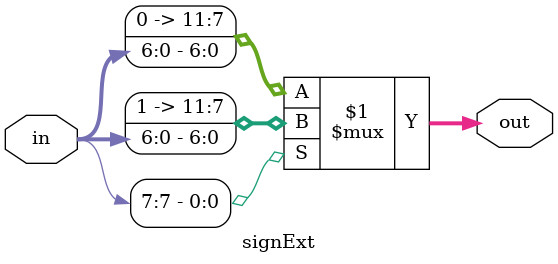
<source format=v>
module signExt(in, out);
  input[7:0] in;
  output[11:0] out;
  assign out = (in[7]) ? {5'b11111,in[6:0]} : {5'b00000,in[6:0]};
endmodule

</source>
